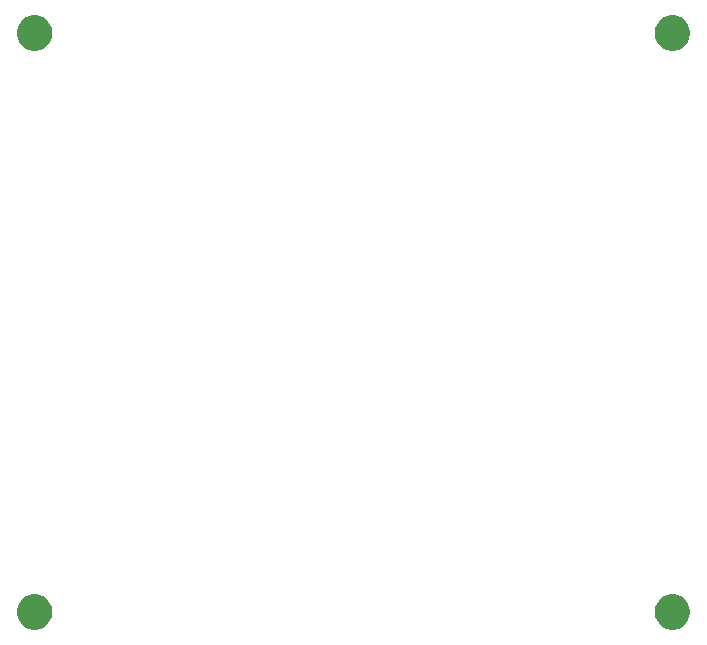
<source format=gbr>
%TF.GenerationSoftware,Altium Limited,Altium Designer,24.3.1 (35)*%
G04 Layer_Color=0*
%FSLAX43Y43*%
%MOMM*%
%TF.SameCoordinates,9DAA59CA-406A-4E62-98C5-13318CB5E6F2*%
%TF.FilePolarity,Positive*%
%TF.FileFunction,NonPlated,1,2,NPTH,Drill*%
%TF.Part,Single*%
G01*
G75*
G36*
X1500Y52000D02*
Y51852D01*
X1558Y51562D01*
X1671Y51289D01*
X1835Y51044D01*
X2044Y50835D01*
X2289Y50671D01*
X2562Y50558D01*
X2852Y50500D01*
X3000D01*
X3148D01*
X3438Y50558D01*
X3711Y50671D01*
X3956Y50835D01*
X4165Y51044D01*
X4329Y51289D01*
X4442Y51562D01*
X4500Y51852D01*
Y52000D01*
Y52148D01*
X4442Y52438D01*
X4329Y52711D01*
X4165Y52956D01*
X3956Y53165D01*
X3711Y53329D01*
X3438Y53442D01*
X3148Y53500D01*
X3000D01*
X2852D01*
X2562Y53442D01*
X2289Y53329D01*
X2044Y53165D01*
X1835Y52956D01*
X1671Y52711D01*
X1558Y52438D01*
X1500Y52148D01*
Y52000D01*
D01*
D02*
G37*
G36*
Y3000D02*
Y2852D01*
X1558Y2562D01*
X1671Y2289D01*
X1835Y2044D01*
X2044Y1835D01*
X2289Y1671D01*
X2562Y1558D01*
X2852Y1500D01*
X3000D01*
X3148D01*
X3438Y1558D01*
X3711Y1671D01*
X3956Y1835D01*
X4165Y2044D01*
X4329Y2289D01*
X4442Y2562D01*
X4500Y2852D01*
Y3000D01*
Y3148D01*
X4442Y3438D01*
X4329Y3711D01*
X4165Y3956D01*
X3956Y4165D01*
X3711Y4329D01*
X3438Y4442D01*
X3148Y4500D01*
X3000D01*
X2852D01*
X2562Y4442D01*
X2289Y4329D01*
X2044Y4165D01*
X1835Y3956D01*
X1671Y3711D01*
X1558Y3438D01*
X1500Y3148D01*
Y3000D01*
D01*
D02*
G37*
G36*
X55500D02*
Y2852D01*
X55558Y2562D01*
X55671Y2289D01*
X55835Y2044D01*
X56044Y1835D01*
X56289Y1671D01*
X56562Y1558D01*
X56852Y1500D01*
X57000D01*
X57148D01*
X57438Y1558D01*
X57711Y1671D01*
X57956Y1835D01*
X58165Y2044D01*
X58329Y2289D01*
X58442Y2562D01*
X58500Y2852D01*
Y3000D01*
Y3148D01*
X58442Y3438D01*
X58329Y3711D01*
X58165Y3956D01*
X57956Y4165D01*
X57711Y4329D01*
X57438Y4442D01*
X57148Y4500D01*
X57000D01*
X56852D01*
X56562Y4442D01*
X56289Y4329D01*
X56044Y4165D01*
X55835Y3956D01*
X55671Y3711D01*
X55558Y3438D01*
X55500Y3148D01*
Y3000D01*
D01*
D02*
G37*
G36*
Y52000D02*
Y51852D01*
X55558Y51562D01*
X55671Y51289D01*
X55835Y51044D01*
X56044Y50835D01*
X56289Y50671D01*
X56562Y50558D01*
X56852Y50500D01*
X57000D01*
X57148D01*
X57438Y50558D01*
X57711Y50671D01*
X57956Y50835D01*
X58165Y51044D01*
X58329Y51289D01*
X58442Y51562D01*
X58500Y51852D01*
Y52000D01*
Y52148D01*
X58442Y52438D01*
X58329Y52711D01*
X58165Y52956D01*
X57956Y53165D01*
X57711Y53329D01*
X57438Y53442D01*
X57148Y53500D01*
X57000D01*
X56852D01*
X56562Y53442D01*
X56289Y53329D01*
X56044Y53165D01*
X55835Y52956D01*
X55671Y52711D01*
X55558Y52438D01*
X55500Y52148D01*
Y52000D01*
D01*
D02*
G37*
%TF.MD5,1d2ca0a918c5625fb87031abf500dbf0*%
M02*

</source>
